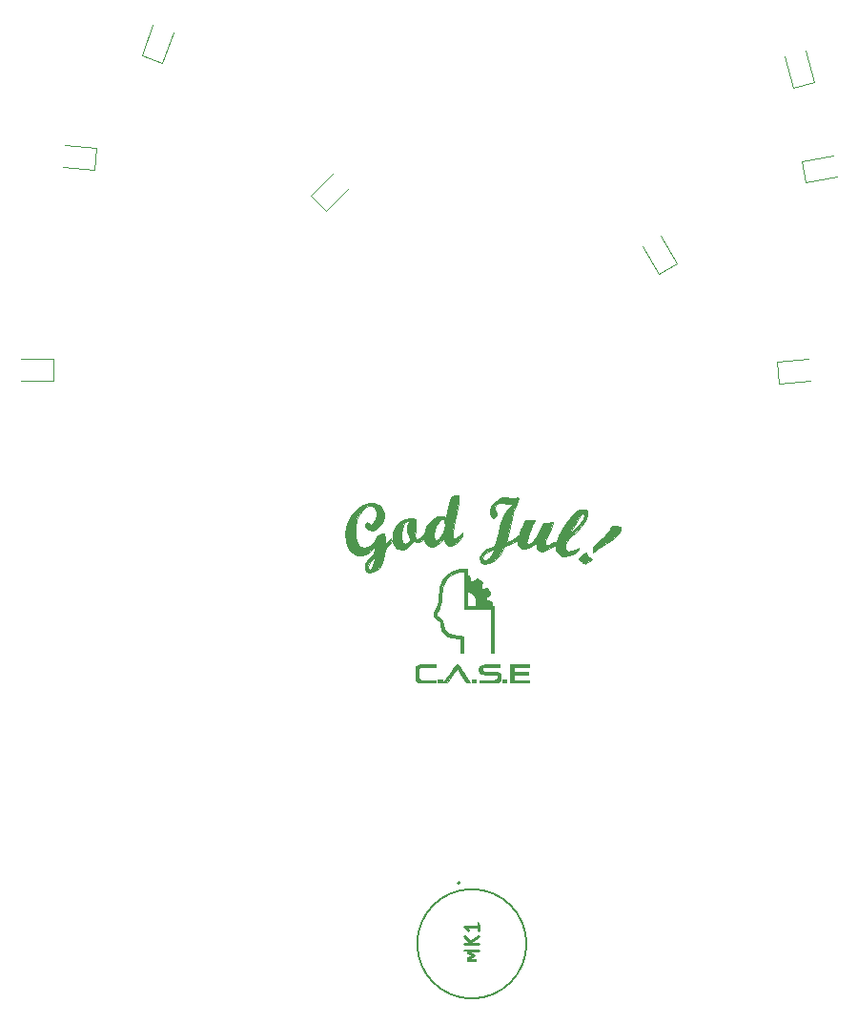
<source format=gto>
G04 #@! TF.GenerationSoftware,KiCad,Pcbnew,(5.1.6)-1*
G04 #@! TF.CreationDate,2021-12-09T10:58:41+01:00*
G04 #@! TF.ProjectId,opamp_vu_meter,6f70616d-705f-4767-955f-6d657465722e,rev?*
G04 #@! TF.SameCoordinates,Original*
G04 #@! TF.FileFunction,Legend,Top*
G04 #@! TF.FilePolarity,Positive*
%FSLAX46Y46*%
G04 Gerber Fmt 4.6, Leading zero omitted, Abs format (unit mm)*
G04 Created by KiCad (PCBNEW (5.1.6)-1) date 2021-12-09 10:58:41*
%MOMM*%
%LPD*%
G01*
G04 APERTURE LIST*
%ADD10C,0.010000*%
%ADD11C,0.200000*%
%ADD12C,0.120000*%
%ADD13C,0.254000*%
%ADD14C,3.200000*%
%ADD15O,1.700000X1.700000*%
%ADD16R,1.700000X1.700000*%
%ADD17C,1.333000*%
G04 APERTURE END LIST*
D10*
G04 #@! TO.C,G\u002A\u002A\u002A*
G36*
X141953488Y-76023111D02*
G01*
X141984212Y-76041415D01*
X142161155Y-76176310D01*
X142293695Y-76354341D01*
X142412114Y-76623473D01*
X142483886Y-76832900D01*
X142495661Y-77090185D01*
X142411367Y-77408415D01*
X142253052Y-77727199D01*
X142073538Y-77956728D01*
X141722319Y-78220794D01*
X141363810Y-78316607D01*
X141133454Y-78291176D01*
X140930115Y-78177396D01*
X140806272Y-77991578D01*
X140790019Y-77791020D01*
X140839692Y-77692037D01*
X140939468Y-77605091D01*
X141041852Y-77646463D01*
X141091640Y-77689530D01*
X141265732Y-77802401D01*
X141418344Y-77775181D01*
X141592483Y-77599858D01*
X141595855Y-77595581D01*
X141710918Y-77357186D01*
X141769761Y-77046173D01*
X141770243Y-76725473D01*
X141710228Y-76458015D01*
X141638413Y-76343174D01*
X141374656Y-76178162D01*
X141085229Y-76163180D01*
X140789652Y-76285066D01*
X140507444Y-76530660D01*
X140258125Y-76886800D01*
X140061215Y-77340323D01*
X140034883Y-77424383D01*
X139937889Y-77898287D01*
X139912976Y-78387069D01*
X139954426Y-78854541D01*
X140056517Y-79264512D01*
X140213531Y-79580793D01*
X140403903Y-79759168D01*
X140734621Y-79849013D01*
X141071086Y-79787516D01*
X141384561Y-79589117D01*
X141646310Y-79268259D01*
X141739476Y-79087969D01*
X141928839Y-78798491D01*
X142137571Y-78668408D01*
X142345526Y-78604259D01*
X142464096Y-78612674D01*
X142518760Y-78721844D01*
X142534996Y-78959963D01*
X142536512Y-79109833D01*
X142539691Y-79639000D01*
X142831586Y-79300333D01*
X143000253Y-79109582D01*
X143087183Y-79037042D01*
X143119630Y-79071330D01*
X143124741Y-79177891D01*
X143052893Y-79405169D01*
X142851255Y-79660321D01*
X142841156Y-79670197D01*
X142670713Y-79860715D01*
X142572622Y-80058577D01*
X142517369Y-80332647D01*
X142502608Y-80460090D01*
X142439093Y-80809591D01*
X142334248Y-81150584D01*
X142258285Y-81319174D01*
X142023518Y-81640998D01*
X141737922Y-81878860D01*
X141435141Y-82018033D01*
X141148819Y-82043784D01*
X140912600Y-81941385D01*
X140888381Y-81918952D01*
X140787545Y-81735916D01*
X140759041Y-81571975D01*
X141008755Y-81571975D01*
X141065159Y-81740933D01*
X141065778Y-81741555D01*
X141213579Y-81798806D01*
X141364419Y-81701487D01*
X141479320Y-81504386D01*
X141562787Y-81238687D01*
X141599618Y-80990320D01*
X141599709Y-80975219D01*
X141597418Y-80739666D01*
X141303376Y-81055923D01*
X141090536Y-81336785D01*
X141008755Y-81571975D01*
X140759041Y-81571975D01*
X140755334Y-81550655D01*
X140811462Y-81330802D01*
X140955528Y-81053464D01*
X141151054Y-80776022D01*
X141361560Y-80555858D01*
X141413192Y-80515824D01*
X141533675Y-80355786D01*
X141620084Y-80106372D01*
X141629729Y-80054373D01*
X141684444Y-79707746D01*
X141281833Y-80110357D01*
X140883545Y-80421541D01*
X140487752Y-80569352D01*
X140108918Y-80559329D01*
X139761505Y-80397010D01*
X139459976Y-80087933D01*
X139218792Y-79637636D01*
X139102234Y-79275750D01*
X139028623Y-78661943D01*
X139105072Y-78039492D01*
X139316997Y-77439338D01*
X139649815Y-76892425D01*
X140088946Y-76429693D01*
X140603567Y-76090103D01*
X141100155Y-75911442D01*
X141553366Y-75888998D01*
X141953488Y-76023111D01*
G37*
X141953488Y-76023111D02*
X141984212Y-76041415D01*
X142161155Y-76176310D01*
X142293695Y-76354341D01*
X142412114Y-76623473D01*
X142483886Y-76832900D01*
X142495661Y-77090185D01*
X142411367Y-77408415D01*
X142253052Y-77727199D01*
X142073538Y-77956728D01*
X141722319Y-78220794D01*
X141363810Y-78316607D01*
X141133454Y-78291176D01*
X140930115Y-78177396D01*
X140806272Y-77991578D01*
X140790019Y-77791020D01*
X140839692Y-77692037D01*
X140939468Y-77605091D01*
X141041852Y-77646463D01*
X141091640Y-77689530D01*
X141265732Y-77802401D01*
X141418344Y-77775181D01*
X141592483Y-77599858D01*
X141595855Y-77595581D01*
X141710918Y-77357186D01*
X141769761Y-77046173D01*
X141770243Y-76725473D01*
X141710228Y-76458015D01*
X141638413Y-76343174D01*
X141374656Y-76178162D01*
X141085229Y-76163180D01*
X140789652Y-76285066D01*
X140507444Y-76530660D01*
X140258125Y-76886800D01*
X140061215Y-77340323D01*
X140034883Y-77424383D01*
X139937889Y-77898287D01*
X139912976Y-78387069D01*
X139954426Y-78854541D01*
X140056517Y-79264512D01*
X140213531Y-79580793D01*
X140403903Y-79759168D01*
X140734621Y-79849013D01*
X141071086Y-79787516D01*
X141384561Y-79589117D01*
X141646310Y-79268259D01*
X141739476Y-79087969D01*
X141928839Y-78798491D01*
X142137571Y-78668408D01*
X142345526Y-78604259D01*
X142464096Y-78612674D01*
X142518760Y-78721844D01*
X142534996Y-78959963D01*
X142536512Y-79109833D01*
X142539691Y-79639000D01*
X142831586Y-79300333D01*
X143000253Y-79109582D01*
X143087183Y-79037042D01*
X143119630Y-79071330D01*
X143124741Y-79177891D01*
X143052893Y-79405169D01*
X142851255Y-79660321D01*
X142841156Y-79670197D01*
X142670713Y-79860715D01*
X142572622Y-80058577D01*
X142517369Y-80332647D01*
X142502608Y-80460090D01*
X142439093Y-80809591D01*
X142334248Y-81150584D01*
X142258285Y-81319174D01*
X142023518Y-81640998D01*
X141737922Y-81878860D01*
X141435141Y-82018033D01*
X141148819Y-82043784D01*
X140912600Y-81941385D01*
X140888381Y-81918952D01*
X140787545Y-81735916D01*
X140759041Y-81571975D01*
X141008755Y-81571975D01*
X141065159Y-81740933D01*
X141065778Y-81741555D01*
X141213579Y-81798806D01*
X141364419Y-81701487D01*
X141479320Y-81504386D01*
X141562787Y-81238687D01*
X141599618Y-80990320D01*
X141599709Y-80975219D01*
X141597418Y-80739666D01*
X141303376Y-81055923D01*
X141090536Y-81336785D01*
X141008755Y-81571975D01*
X140759041Y-81571975D01*
X140755334Y-81550655D01*
X140811462Y-81330802D01*
X140955528Y-81053464D01*
X141151054Y-80776022D01*
X141361560Y-80555858D01*
X141413192Y-80515824D01*
X141533675Y-80355786D01*
X141620084Y-80106372D01*
X141629729Y-80054373D01*
X141684444Y-79707746D01*
X141281833Y-80110357D01*
X140883545Y-80421541D01*
X140487752Y-80569352D01*
X140108918Y-80559329D01*
X139761505Y-80397010D01*
X139459976Y-80087933D01*
X139218792Y-79637636D01*
X139102234Y-79275750D01*
X139028623Y-78661943D01*
X139105072Y-78039492D01*
X139316997Y-77439338D01*
X139649815Y-76892425D01*
X140088946Y-76429693D01*
X140603567Y-76090103D01*
X141100155Y-75911442D01*
X141553366Y-75888998D01*
X141953488Y-76023111D01*
G36*
X153394802Y-75364654D02*
G01*
X153589060Y-75421056D01*
X153855938Y-75492861D01*
X154040708Y-75485472D01*
X154136071Y-75446178D01*
X154315815Y-75387457D01*
X154389436Y-75459599D01*
X154356760Y-75661375D01*
X154217614Y-75991552D01*
X154214200Y-75998526D01*
X154088402Y-76310750D01*
X153945655Y-76761040D01*
X153794499Y-77320059D01*
X153643475Y-77958469D01*
X153642982Y-77960695D01*
X153320816Y-79415058D01*
X153597872Y-79299297D01*
X153813000Y-79187542D01*
X154052401Y-79031785D01*
X154271364Y-78865524D01*
X154425177Y-78722256D01*
X154471331Y-78644911D01*
X154503714Y-78542539D01*
X154589395Y-78328742D01*
X154711172Y-78046057D01*
X154736669Y-77988745D01*
X155002005Y-77395333D01*
X155414003Y-77395333D01*
X155651822Y-77403773D01*
X155800660Y-77425295D01*
X155826000Y-77441039D01*
X155790474Y-77537013D01*
X155700340Y-77728551D01*
X155642531Y-77843206D01*
X155492583Y-78163666D01*
X155351049Y-78516289D01*
X155231926Y-78859264D01*
X155149209Y-79150781D01*
X155116896Y-79349029D01*
X155122513Y-79396632D01*
X155234235Y-79495115D01*
X155320562Y-79512000D01*
X155557582Y-79430486D01*
X155812314Y-79193892D01*
X156074460Y-78814137D01*
X156299469Y-78378911D01*
X156628907Y-77662917D01*
X157052954Y-77629814D01*
X157299562Y-77613221D01*
X157463165Y-77607239D01*
X157498930Y-77609674D01*
X157475029Y-77686406D01*
X157392838Y-77881970D01*
X157266994Y-78162379D01*
X157180770Y-78348370D01*
X157023927Y-78698737D01*
X156892585Y-79020935D01*
X156806878Y-79264342D01*
X156788684Y-79334080D01*
X156787253Y-79556772D01*
X156892005Y-79652249D01*
X157095128Y-79618510D01*
X157352097Y-79478328D01*
X157554866Y-79351787D01*
X157655634Y-79318228D01*
X157688744Y-79370208D01*
X157690676Y-79404965D01*
X157719442Y-79413708D01*
X157792726Y-79291116D01*
X157889709Y-79075330D01*
X158098742Y-78612486D01*
X158145364Y-78527723D01*
X159017451Y-78527723D01*
X159024838Y-78580666D01*
X159117554Y-78523177D01*
X159288873Y-78371622D01*
X159503645Y-78157366D01*
X159528472Y-78131255D01*
X159906431Y-77687266D01*
X160140841Y-77307757D01*
X160228143Y-76998599D01*
X160228667Y-76976204D01*
X160200526Y-76831786D01*
X160112496Y-76831326D01*
X159959160Y-76977608D01*
X159783905Y-77204833D01*
X159577622Y-77506337D01*
X159380512Y-77820776D01*
X159209898Y-78116753D01*
X159083104Y-78362867D01*
X159017451Y-78527723D01*
X158145364Y-78527723D01*
X158344014Y-78166561D01*
X158654013Y-77689764D01*
X159005654Y-77203105D01*
X159231430Y-76905470D01*
X159394507Y-76716041D01*
X159532654Y-76606715D01*
X159683640Y-76549388D01*
X159885235Y-76515960D01*
X159938152Y-76509269D01*
X160268832Y-76481983D01*
X160462434Y-76512693D01*
X160545890Y-76617251D01*
X160546127Y-76811511D01*
X160538530Y-76862692D01*
X160438895Y-77237736D01*
X160254455Y-77608173D01*
X159969963Y-77993959D01*
X159570175Y-78415047D01*
X159039845Y-78891393D01*
X158896451Y-79011991D01*
X158651479Y-79318295D01*
X158571959Y-79554979D01*
X158557595Y-79882787D01*
X158657780Y-80087403D01*
X158868676Y-80166703D01*
X159186443Y-80118566D01*
X159426757Y-80027650D01*
X159655548Y-79931379D01*
X159766952Y-79905603D01*
X159796333Y-79947730D01*
X159789951Y-80001035D01*
X159693275Y-80133221D01*
X159476737Y-80280640D01*
X159185643Y-80421214D01*
X158865302Y-80532862D01*
X158577870Y-80591721D01*
X158323016Y-80603626D01*
X158146819Y-80546916D01*
X157963193Y-80392130D01*
X157946709Y-80375734D01*
X157737025Y-80085119D01*
X157688667Y-79863356D01*
X157688667Y-79609020D01*
X157206814Y-79899176D01*
X156796260Y-80100809D01*
X156457458Y-80174544D01*
X156202824Y-80122639D01*
X156044771Y-79947352D01*
X155995334Y-79678782D01*
X155995334Y-79434327D01*
X155593167Y-79680692D01*
X155229100Y-79884322D01*
X154959337Y-79980732D01*
X154750757Y-79974222D01*
X154570239Y-79869092D01*
X154517928Y-79820290D01*
X154370568Y-79615278D01*
X154302535Y-79406944D01*
X154302000Y-79391400D01*
X154302000Y-79178436D01*
X154002855Y-79381441D01*
X153749182Y-79526329D01*
X153501481Y-79627034D01*
X153457413Y-79638543D01*
X153275485Y-79721322D01*
X153105118Y-79905101D01*
X152958936Y-80139480D01*
X152689775Y-80531087D01*
X152375116Y-80854028D01*
X152040029Y-81095920D01*
X151709582Y-81244376D01*
X151408845Y-81287011D01*
X151162885Y-81211441D01*
X151040422Y-81087298D01*
X150948729Y-80808841D01*
X150953360Y-80762629D01*
X151210115Y-80762629D01*
X151221827Y-80883106D01*
X151353625Y-80956349D01*
X151552386Y-80925240D01*
X151765007Y-80804829D01*
X151875623Y-80697790D01*
X152039929Y-80468418D01*
X152149244Y-80251084D01*
X152181592Y-80094249D01*
X152166106Y-80057216D01*
X152077659Y-80071869D01*
X151890212Y-80147605D01*
X151756497Y-80211764D01*
X151500423Y-80379190D01*
X151308158Y-80575541D01*
X151210115Y-80762629D01*
X150953360Y-80762629D01*
X150963426Y-80662198D01*
X151090196Y-80430701D01*
X151333134Y-80187574D01*
X151646547Y-79970927D01*
X151968064Y-79824311D01*
X152307428Y-79711190D01*
X152610341Y-78532095D01*
X152744479Y-78017739D01*
X152854000Y-77631497D01*
X152954691Y-77337040D01*
X153062335Y-77098040D01*
X153192716Y-76878168D01*
X153361619Y-76641094D01*
X153524304Y-76428556D01*
X153714634Y-76175297D01*
X153805252Y-76029828D01*
X153805781Y-75970638D01*
X153726807Y-75975962D01*
X153531031Y-75982716D01*
X153267107Y-75940673D01*
X153180806Y-75917821D01*
X152931250Y-75860848D01*
X152736162Y-75845433D01*
X152693334Y-75852296D01*
X152453936Y-75991033D01*
X152309108Y-76194582D01*
X152276342Y-76416840D01*
X152373129Y-76611701D01*
X152397000Y-76633333D01*
X152512763Y-76796114D01*
X152467891Y-76971940D01*
X152346591Y-77106308D01*
X152215432Y-77210712D01*
X152125668Y-77198699D01*
X152007924Y-77067718D01*
X151864056Y-76770102D01*
X151881019Y-76440672D01*
X152055614Y-76089671D01*
X152384645Y-75727344D01*
X152441889Y-75677121D01*
X152769829Y-75440957D01*
X153069496Y-75340812D01*
X153394802Y-75364654D01*
G37*
X153394802Y-75364654D02*
X153589060Y-75421056D01*
X153855938Y-75492861D01*
X154040708Y-75485472D01*
X154136071Y-75446178D01*
X154315815Y-75387457D01*
X154389436Y-75459599D01*
X154356760Y-75661375D01*
X154217614Y-75991552D01*
X154214200Y-75998526D01*
X154088402Y-76310750D01*
X153945655Y-76761040D01*
X153794499Y-77320059D01*
X153643475Y-77958469D01*
X153642982Y-77960695D01*
X153320816Y-79415058D01*
X153597872Y-79299297D01*
X153813000Y-79187542D01*
X154052401Y-79031785D01*
X154271364Y-78865524D01*
X154425177Y-78722256D01*
X154471331Y-78644911D01*
X154503714Y-78542539D01*
X154589395Y-78328742D01*
X154711172Y-78046057D01*
X154736669Y-77988745D01*
X155002005Y-77395333D01*
X155414003Y-77395333D01*
X155651822Y-77403773D01*
X155800660Y-77425295D01*
X155826000Y-77441039D01*
X155790474Y-77537013D01*
X155700340Y-77728551D01*
X155642531Y-77843206D01*
X155492583Y-78163666D01*
X155351049Y-78516289D01*
X155231926Y-78859264D01*
X155149209Y-79150781D01*
X155116896Y-79349029D01*
X155122513Y-79396632D01*
X155234235Y-79495115D01*
X155320562Y-79512000D01*
X155557582Y-79430486D01*
X155812314Y-79193892D01*
X156074460Y-78814137D01*
X156299469Y-78378911D01*
X156628907Y-77662917D01*
X157052954Y-77629814D01*
X157299562Y-77613221D01*
X157463165Y-77607239D01*
X157498930Y-77609674D01*
X157475029Y-77686406D01*
X157392838Y-77881970D01*
X157266994Y-78162379D01*
X157180770Y-78348370D01*
X157023927Y-78698737D01*
X156892585Y-79020935D01*
X156806878Y-79264342D01*
X156788684Y-79334080D01*
X156787253Y-79556772D01*
X156892005Y-79652249D01*
X157095128Y-79618510D01*
X157352097Y-79478328D01*
X157554866Y-79351787D01*
X157655634Y-79318228D01*
X157688744Y-79370208D01*
X157690676Y-79404965D01*
X157719442Y-79413708D01*
X157792726Y-79291116D01*
X157889709Y-79075330D01*
X158098742Y-78612486D01*
X158145364Y-78527723D01*
X159017451Y-78527723D01*
X159024838Y-78580666D01*
X159117554Y-78523177D01*
X159288873Y-78371622D01*
X159503645Y-78157366D01*
X159528472Y-78131255D01*
X159906431Y-77687266D01*
X160140841Y-77307757D01*
X160228143Y-76998599D01*
X160228667Y-76976204D01*
X160200526Y-76831786D01*
X160112496Y-76831326D01*
X159959160Y-76977608D01*
X159783905Y-77204833D01*
X159577622Y-77506337D01*
X159380512Y-77820776D01*
X159209898Y-78116753D01*
X159083104Y-78362867D01*
X159017451Y-78527723D01*
X158145364Y-78527723D01*
X158344014Y-78166561D01*
X158654013Y-77689764D01*
X159005654Y-77203105D01*
X159231430Y-76905470D01*
X159394507Y-76716041D01*
X159532654Y-76606715D01*
X159683640Y-76549388D01*
X159885235Y-76515960D01*
X159938152Y-76509269D01*
X160268832Y-76481983D01*
X160462434Y-76512693D01*
X160545890Y-76617251D01*
X160546127Y-76811511D01*
X160538530Y-76862692D01*
X160438895Y-77237736D01*
X160254455Y-77608173D01*
X159969963Y-77993959D01*
X159570175Y-78415047D01*
X159039845Y-78891393D01*
X158896451Y-79011991D01*
X158651479Y-79318295D01*
X158571959Y-79554979D01*
X158557595Y-79882787D01*
X158657780Y-80087403D01*
X158868676Y-80166703D01*
X159186443Y-80118566D01*
X159426757Y-80027650D01*
X159655548Y-79931379D01*
X159766952Y-79905603D01*
X159796333Y-79947730D01*
X159789951Y-80001035D01*
X159693275Y-80133221D01*
X159476737Y-80280640D01*
X159185643Y-80421214D01*
X158865302Y-80532862D01*
X158577870Y-80591721D01*
X158323016Y-80603626D01*
X158146819Y-80546916D01*
X157963193Y-80392130D01*
X157946709Y-80375734D01*
X157737025Y-80085119D01*
X157688667Y-79863356D01*
X157688667Y-79609020D01*
X157206814Y-79899176D01*
X156796260Y-80100809D01*
X156457458Y-80174544D01*
X156202824Y-80122639D01*
X156044771Y-79947352D01*
X155995334Y-79678782D01*
X155995334Y-79434327D01*
X155593167Y-79680692D01*
X155229100Y-79884322D01*
X154959337Y-79980732D01*
X154750757Y-79974222D01*
X154570239Y-79869092D01*
X154517928Y-79820290D01*
X154370568Y-79615278D01*
X154302535Y-79406944D01*
X154302000Y-79391400D01*
X154302000Y-79178436D01*
X154002855Y-79381441D01*
X153749182Y-79526329D01*
X153501481Y-79627034D01*
X153457413Y-79638543D01*
X153275485Y-79721322D01*
X153105118Y-79905101D01*
X152958936Y-80139480D01*
X152689775Y-80531087D01*
X152375116Y-80854028D01*
X152040029Y-81095920D01*
X151709582Y-81244376D01*
X151408845Y-81287011D01*
X151162885Y-81211441D01*
X151040422Y-81087298D01*
X150948729Y-80808841D01*
X150953360Y-80762629D01*
X151210115Y-80762629D01*
X151221827Y-80883106D01*
X151353625Y-80956349D01*
X151552386Y-80925240D01*
X151765007Y-80804829D01*
X151875623Y-80697790D01*
X152039929Y-80468418D01*
X152149244Y-80251084D01*
X152181592Y-80094249D01*
X152166106Y-80057216D01*
X152077659Y-80071869D01*
X151890212Y-80147605D01*
X151756497Y-80211764D01*
X151500423Y-80379190D01*
X151308158Y-80575541D01*
X151210115Y-80762629D01*
X150953360Y-80762629D01*
X150963426Y-80662198D01*
X151090196Y-80430701D01*
X151333134Y-80187574D01*
X151646547Y-79970927D01*
X151968064Y-79824311D01*
X152307428Y-79711190D01*
X152610341Y-78532095D01*
X152744479Y-78017739D01*
X152854000Y-77631497D01*
X152954691Y-77337040D01*
X153062335Y-77098040D01*
X153192716Y-76878168D01*
X153361619Y-76641094D01*
X153524304Y-76428556D01*
X153714634Y-76175297D01*
X153805252Y-76029828D01*
X153805781Y-75970638D01*
X153726807Y-75975962D01*
X153531031Y-75982716D01*
X153267107Y-75940673D01*
X153180806Y-75917821D01*
X152931250Y-75860848D01*
X152736162Y-75845433D01*
X152693334Y-75852296D01*
X152453936Y-75991033D01*
X152309108Y-76194582D01*
X152276342Y-76416840D01*
X152373129Y-76611701D01*
X152397000Y-76633333D01*
X152512763Y-76796114D01*
X152467891Y-76971940D01*
X152346591Y-77106308D01*
X152215432Y-77210712D01*
X152125668Y-77198699D01*
X152007924Y-77067718D01*
X151864056Y-76770102D01*
X151881019Y-76440672D01*
X152055614Y-76089671D01*
X152384645Y-75727344D01*
X152441889Y-75677121D01*
X152769829Y-75440957D01*
X153069496Y-75340812D01*
X153394802Y-75364654D01*
G36*
X160519527Y-80517415D02*
G01*
X160667221Y-80706912D01*
X160839109Y-80814974D01*
X160945037Y-80854367D01*
X160945524Y-80905482D01*
X160824822Y-80997076D01*
X160694334Y-81079302D01*
X160469844Y-81215698D01*
X160334735Y-81272932D01*
X160232761Y-81258257D01*
X160107679Y-81178924D01*
X160078827Y-81158657D01*
X159853719Y-80964515D01*
X159790245Y-80795586D01*
X159887734Y-80628810D01*
X160059498Y-80495607D01*
X160393835Y-80274353D01*
X160519527Y-80517415D01*
G37*
X160519527Y-80517415D02*
X160667221Y-80706912D01*
X160839109Y-80814974D01*
X160945037Y-80854367D01*
X160945524Y-80905482D01*
X160824822Y-80997076D01*
X160694334Y-81079302D01*
X160469844Y-81215698D01*
X160334735Y-81272932D01*
X160232761Y-81258257D01*
X160107679Y-81178924D01*
X160078827Y-81158657D01*
X159853719Y-80964515D01*
X159790245Y-80795586D01*
X159887734Y-80628810D01*
X160059498Y-80495607D01*
X160393835Y-80274353D01*
X160519527Y-80517415D01*
G36*
X163090349Y-77928933D02*
G01*
X163359206Y-77967115D01*
X163491289Y-78022684D01*
X163519028Y-78119644D01*
X163493085Y-78227028D01*
X163310232Y-78590872D01*
X162992973Y-78934033D01*
X162527974Y-79269108D01*
X162180171Y-79467451D01*
X161838405Y-79660830D01*
X161544841Y-79848751D01*
X161338362Y-80005139D01*
X161268362Y-80078895D01*
X161130180Y-80238996D01*
X161030587Y-80257811D01*
X160990721Y-80131869D01*
X160990667Y-80124512D01*
X161068511Y-79845479D01*
X161298305Y-79511920D01*
X161674440Y-79131348D01*
X161837334Y-78990345D01*
X162119280Y-78732873D01*
X162367646Y-78467967D01*
X162536479Y-78245468D01*
X162557000Y-78209797D01*
X162674827Y-78010355D01*
X162790412Y-77925214D01*
X162973629Y-77917578D01*
X163090349Y-77928933D01*
G37*
X163090349Y-77928933D02*
X163359206Y-77967115D01*
X163491289Y-78022684D01*
X163519028Y-78119644D01*
X163493085Y-78227028D01*
X163310232Y-78590872D01*
X162992973Y-78934033D01*
X162527974Y-79269108D01*
X162180171Y-79467451D01*
X161838405Y-79660830D01*
X161544841Y-79848751D01*
X161338362Y-80005139D01*
X161268362Y-80078895D01*
X161130180Y-80238996D01*
X161030587Y-80257811D01*
X160990721Y-80131869D01*
X160990667Y-80124512D01*
X161068511Y-79845479D01*
X161298305Y-79511920D01*
X161674440Y-79131348D01*
X161837334Y-78990345D01*
X162119280Y-78732873D01*
X162367646Y-78467967D01*
X162536479Y-78245468D01*
X162557000Y-78209797D01*
X162674827Y-78010355D01*
X162790412Y-77925214D01*
X162973629Y-77917578D01*
X163090349Y-77928933D01*
G36*
X149048712Y-75210608D02*
G01*
X149105216Y-75256872D01*
X149124305Y-75369434D01*
X149106886Y-75569480D01*
X149053866Y-75878192D01*
X148966152Y-76316757D01*
X148883431Y-76718000D01*
X148741673Y-77428620D01*
X148641422Y-77989916D01*
X148581327Y-78416383D01*
X148560039Y-78722516D01*
X148576208Y-78922812D01*
X148628484Y-79031766D01*
X148665736Y-79055772D01*
X148832480Y-79034615D01*
X149063882Y-78864060D01*
X149100581Y-78829257D01*
X149391334Y-78547449D01*
X149391334Y-78769136D01*
X149325298Y-78948071D01*
X149154732Y-79173067D01*
X148920945Y-79404135D01*
X148665247Y-79601290D01*
X148428947Y-79724543D01*
X148393089Y-79735425D01*
X148164471Y-79716509D01*
X147965925Y-79560317D01*
X147835197Y-79298736D01*
X147824344Y-79255014D01*
X147771757Y-79015587D01*
X147470022Y-79349572D01*
X147142002Y-79631853D01*
X146818236Y-79763810D01*
X146519293Y-79746649D01*
X146265742Y-79581572D01*
X146078152Y-79269787D01*
X146077464Y-79267992D01*
X146011419Y-79129567D01*
X145934187Y-79132868D01*
X145835081Y-79215895D01*
X145646923Y-79318780D01*
X145382237Y-79326382D01*
X145338582Y-79321046D01*
X145114367Y-79305860D01*
X144992007Y-79355215D01*
X144915075Y-79479171D01*
X144721271Y-79727490D01*
X144428354Y-79908244D01*
X144092262Y-80002131D01*
X143768932Y-79989847D01*
X143612832Y-79928550D01*
X143388233Y-79706506D01*
X143255235Y-79381705D01*
X143211810Y-78992485D01*
X143255934Y-78577186D01*
X143266963Y-78542897D01*
X143992817Y-78542897D01*
X143993230Y-78764042D01*
X144029687Y-79053547D01*
X144089784Y-79286331D01*
X144136088Y-79377875D01*
X144324606Y-79499733D01*
X144529301Y-79467813D01*
X144694424Y-79309025D01*
X144772824Y-79162840D01*
X144767623Y-79035420D01*
X144672705Y-78852455D01*
X144654359Y-78822192D01*
X144503408Y-78422192D01*
X144512167Y-78004000D01*
X144613266Y-77723173D01*
X144695448Y-77551464D01*
X144686580Y-77487862D01*
X144575170Y-77490997D01*
X144549766Y-77494544D01*
X144349480Y-77602047D01*
X144178344Y-77838952D01*
X144053681Y-78165741D01*
X143992817Y-78542897D01*
X143266963Y-78542897D01*
X143385581Y-78174146D01*
X143598726Y-77821705D01*
X143731594Y-77680403D01*
X144043956Y-77456555D01*
X144391291Y-77301937D01*
X144732546Y-77225378D01*
X145026666Y-77235709D01*
X145232595Y-77341759D01*
X145244366Y-77355046D01*
X145296810Y-77520842D01*
X145311350Y-77834702D01*
X145288225Y-78279708D01*
X145227677Y-78838942D01*
X145222701Y-78876959D01*
X145257195Y-79019732D01*
X145399119Y-79074433D01*
X145630701Y-79028646D01*
X145852924Y-78851767D01*
X146005013Y-78616113D01*
X146857766Y-78616113D01*
X146861476Y-78900884D01*
X146942353Y-79096763D01*
X147099814Y-79173192D01*
X147108344Y-79173333D01*
X147287675Y-79116273D01*
X147408017Y-79027887D01*
X147582612Y-78790602D01*
X147722761Y-78484220D01*
X147820794Y-78149166D01*
X147869043Y-77825862D01*
X147859838Y-77554734D01*
X147785511Y-77376205D01*
X147728825Y-77336868D01*
X147551300Y-77326228D01*
X147376970Y-77445323D01*
X147189723Y-77708279D01*
X147084167Y-77902130D01*
X146931802Y-78273009D01*
X146857766Y-78616113D01*
X146005013Y-78616113D01*
X146028503Y-78579718D01*
X146090035Y-78408729D01*
X146244949Y-78042809D01*
X146494348Y-77666901D01*
X146788417Y-77349181D01*
X146959727Y-77218485D01*
X147231395Y-77098984D01*
X147551232Y-77075894D01*
X147627993Y-77081233D01*
X148023653Y-77115225D01*
X148173969Y-76317140D01*
X148248253Y-75958565D01*
X148323176Y-75656912D01*
X148387354Y-75455599D01*
X148413309Y-75404187D01*
X148551093Y-75314285D01*
X148775414Y-75241157D01*
X148819834Y-75232236D01*
X148953887Y-75209458D01*
X149048712Y-75210608D01*
G37*
X149048712Y-75210608D02*
X149105216Y-75256872D01*
X149124305Y-75369434D01*
X149106886Y-75569480D01*
X149053866Y-75878192D01*
X148966152Y-76316757D01*
X148883431Y-76718000D01*
X148741673Y-77428620D01*
X148641422Y-77989916D01*
X148581327Y-78416383D01*
X148560039Y-78722516D01*
X148576208Y-78922812D01*
X148628484Y-79031766D01*
X148665736Y-79055772D01*
X148832480Y-79034615D01*
X149063882Y-78864060D01*
X149100581Y-78829257D01*
X149391334Y-78547449D01*
X149391334Y-78769136D01*
X149325298Y-78948071D01*
X149154732Y-79173067D01*
X148920945Y-79404135D01*
X148665247Y-79601290D01*
X148428947Y-79724543D01*
X148393089Y-79735425D01*
X148164471Y-79716509D01*
X147965925Y-79560317D01*
X147835197Y-79298736D01*
X147824344Y-79255014D01*
X147771757Y-79015587D01*
X147470022Y-79349572D01*
X147142002Y-79631853D01*
X146818236Y-79763810D01*
X146519293Y-79746649D01*
X146265742Y-79581572D01*
X146078152Y-79269787D01*
X146077464Y-79267992D01*
X146011419Y-79129567D01*
X145934187Y-79132868D01*
X145835081Y-79215895D01*
X145646923Y-79318780D01*
X145382237Y-79326382D01*
X145338582Y-79321046D01*
X145114367Y-79305860D01*
X144992007Y-79355215D01*
X144915075Y-79479171D01*
X144721271Y-79727490D01*
X144428354Y-79908244D01*
X144092262Y-80002131D01*
X143768932Y-79989847D01*
X143612832Y-79928550D01*
X143388233Y-79706506D01*
X143255235Y-79381705D01*
X143211810Y-78992485D01*
X143255934Y-78577186D01*
X143266963Y-78542897D01*
X143992817Y-78542897D01*
X143993230Y-78764042D01*
X144029687Y-79053547D01*
X144089784Y-79286331D01*
X144136088Y-79377875D01*
X144324606Y-79499733D01*
X144529301Y-79467813D01*
X144694424Y-79309025D01*
X144772824Y-79162840D01*
X144767623Y-79035420D01*
X144672705Y-78852455D01*
X144654359Y-78822192D01*
X144503408Y-78422192D01*
X144512167Y-78004000D01*
X144613266Y-77723173D01*
X144695448Y-77551464D01*
X144686580Y-77487862D01*
X144575170Y-77490997D01*
X144549766Y-77494544D01*
X144349480Y-77602047D01*
X144178344Y-77838952D01*
X144053681Y-78165741D01*
X143992817Y-78542897D01*
X143266963Y-78542897D01*
X143385581Y-78174146D01*
X143598726Y-77821705D01*
X143731594Y-77680403D01*
X144043956Y-77456555D01*
X144391291Y-77301937D01*
X144732546Y-77225378D01*
X145026666Y-77235709D01*
X145232595Y-77341759D01*
X145244366Y-77355046D01*
X145296810Y-77520842D01*
X145311350Y-77834702D01*
X145288225Y-78279708D01*
X145227677Y-78838942D01*
X145222701Y-78876959D01*
X145257195Y-79019732D01*
X145399119Y-79074433D01*
X145630701Y-79028646D01*
X145852924Y-78851767D01*
X146005013Y-78616113D01*
X146857766Y-78616113D01*
X146861476Y-78900884D01*
X146942353Y-79096763D01*
X147099814Y-79173192D01*
X147108344Y-79173333D01*
X147287675Y-79116273D01*
X147408017Y-79027887D01*
X147582612Y-78790602D01*
X147722761Y-78484220D01*
X147820794Y-78149166D01*
X147869043Y-77825862D01*
X147859838Y-77554734D01*
X147785511Y-77376205D01*
X147728825Y-77336868D01*
X147551300Y-77326228D01*
X147376970Y-77445323D01*
X147189723Y-77708279D01*
X147084167Y-77902130D01*
X146931802Y-78273009D01*
X146857766Y-78616113D01*
X146005013Y-78616113D01*
X146028503Y-78579718D01*
X146090035Y-78408729D01*
X146244949Y-78042809D01*
X146494348Y-77666901D01*
X146788417Y-77349181D01*
X146959727Y-77218485D01*
X147231395Y-77098984D01*
X147551232Y-77075894D01*
X147627993Y-77081233D01*
X148023653Y-77115225D01*
X148173969Y-76317140D01*
X148248253Y-75958565D01*
X148323176Y-75656912D01*
X148387354Y-75455599D01*
X148413309Y-75404187D01*
X148551093Y-75314285D01*
X148775414Y-75241157D01*
X148819834Y-75232236D01*
X148953887Y-75209458D01*
X149048712Y-75210608D01*
G36*
X149881000Y-82030505D02*
G01*
X149882062Y-82172326D01*
X149886754Y-82262259D01*
X149897332Y-82311899D01*
X149916055Y-82332845D01*
X149940612Y-82336750D01*
X150005431Y-82354445D01*
X150050275Y-82413934D01*
X150081489Y-82524819D01*
X150087472Y-82559000D01*
X150125826Y-82723949D01*
X150179250Y-82827565D01*
X150250535Y-82870815D01*
X150342473Y-82854668D01*
X150457856Y-82780091D01*
X150533305Y-82713589D01*
X150705559Y-82550678D01*
X150872717Y-82652493D01*
X150980706Y-82721262D01*
X151080922Y-82790006D01*
X151130888Y-82827484D01*
X151221901Y-82900662D01*
X151154700Y-83080272D01*
X151102905Y-83243506D01*
X151090084Y-83359565D01*
X151118616Y-83433167D01*
X151190883Y-83469034D01*
X151309266Y-83471884D01*
X151350031Y-83467532D01*
X151494122Y-83449149D01*
X151589978Y-83442363D01*
X151652692Y-83454074D01*
X151697355Y-83491183D01*
X151739058Y-83560588D01*
X151792894Y-83669191D01*
X151793421Y-83670250D01*
X151848373Y-83786433D01*
X151889936Y-83885346D01*
X151911137Y-83950009D01*
X151912483Y-83960122D01*
X151888867Y-84004187D01*
X151826447Y-84070041D01*
X151738717Y-84143455D01*
X151738375Y-84143713D01*
X151639949Y-84223776D01*
X151585753Y-84285602D01*
X151565062Y-84342774D01*
X151563750Y-84364857D01*
X151576343Y-84437425D01*
X151620642Y-84497753D01*
X151706426Y-84554364D01*
X151843474Y-84615781D01*
X151858545Y-84621792D01*
X152042216Y-84694524D01*
X152021132Y-84880887D01*
X152000047Y-85067250D01*
X152198750Y-85067250D01*
X152198750Y-89163000D01*
X151944750Y-89163000D01*
X151944750Y-85289500D01*
X149627000Y-85289500D01*
X149627000Y-85067250D01*
X149881000Y-85067250D01*
X150210487Y-85067250D01*
X150367148Y-85065320D01*
X150472304Y-85058434D01*
X150537863Y-85044942D01*
X150575736Y-85023197D01*
X150582732Y-85015730D01*
X150610069Y-84949728D01*
X150628848Y-84840100D01*
X150638128Y-84706264D01*
X150636969Y-84567636D01*
X150624432Y-84443631D01*
X150612985Y-84390947D01*
X150529435Y-84201494D01*
X150396149Y-84028325D01*
X150226828Y-83884937D01*
X150035176Y-83784832D01*
X149978925Y-83766267D01*
X149881000Y-83738182D01*
X149881000Y-85067250D01*
X149627000Y-85067250D01*
X149627000Y-81987500D01*
X149441578Y-81987500D01*
X149135395Y-82017157D01*
X148827291Y-82102080D01*
X148531761Y-82236191D01*
X148263303Y-82413416D01*
X148116050Y-82543035D01*
X147983202Y-82686082D01*
X147875486Y-82832073D01*
X147789739Y-82990351D01*
X147722802Y-83170259D01*
X147671511Y-83381139D01*
X147632705Y-83632333D01*
X147603222Y-83933184D01*
X147591846Y-84091948D01*
X147572210Y-84355476D01*
X147549303Y-84570372D01*
X147519666Y-84751507D01*
X147479843Y-84913749D01*
X147426376Y-85071968D01*
X147355807Y-85241033D01*
X147293182Y-85376319D01*
X147227005Y-85519548D01*
X147172359Y-85645455D01*
X147134552Y-85741249D01*
X147118893Y-85794138D01*
X147118750Y-85796608D01*
X147149370Y-85868355D01*
X147240463Y-85954360D01*
X147390877Y-86053562D01*
X147409718Y-86064502D01*
X147516788Y-86135260D01*
X147592145Y-86213030D01*
X147644295Y-86312846D01*
X147681746Y-86449743D01*
X147705528Y-86587278D01*
X147740841Y-86796742D01*
X147778234Y-86956490D01*
X147822577Y-87080243D01*
X147878739Y-87181726D01*
X147947990Y-87270588D01*
X148104508Y-87404555D01*
X148316824Y-87513776D01*
X148585761Y-87598525D01*
X148912142Y-87659077D01*
X149206312Y-87689625D01*
X149500000Y-87711610D01*
X149500000Y-89163000D01*
X149247371Y-89163000D01*
X149230125Y-87942872D01*
X148944375Y-87907356D01*
X148639241Y-87861091D01*
X148387168Y-87803148D01*
X148178229Y-87729898D01*
X148002495Y-87637716D01*
X147850041Y-87522975D01*
X147821627Y-87497147D01*
X147688750Y-87346670D01*
X147592027Y-87172371D01*
X147524749Y-86960075D01*
X147495727Y-86808583D01*
X147467574Y-86633758D01*
X147442871Y-86509014D01*
X147415152Y-86421711D01*
X147377950Y-86359208D01*
X147324797Y-86308865D01*
X147249226Y-86258043D01*
X147198007Y-86226672D01*
X147070650Y-86141085D01*
X146986349Y-86061705D01*
X146928613Y-85972693D01*
X146924167Y-85963690D01*
X146890000Y-85879890D01*
X146875732Y-85799569D01*
X146883697Y-85710777D01*
X146916228Y-85601566D01*
X146975660Y-85459986D01*
X147055274Y-85292568D01*
X147141472Y-85110267D01*
X147206321Y-84954187D01*
X147253754Y-84808232D01*
X147287708Y-84656304D01*
X147312116Y-84482309D01*
X147330912Y-84270149D01*
X147340689Y-84124924D01*
X147369020Y-83765047D01*
X147407075Y-83459732D01*
X147457955Y-83200387D01*
X147524762Y-82978420D01*
X147610598Y-82785239D01*
X147718565Y-82612252D01*
X147851765Y-82450867D01*
X147996796Y-82307510D01*
X148201502Y-82147867D01*
X148445792Y-82001811D01*
X148705757Y-81882243D01*
X148912625Y-81813342D01*
X149022651Y-81791153D01*
X149174663Y-81770151D01*
X149347159Y-81752934D01*
X149492062Y-81743303D01*
X149881000Y-81724261D01*
X149881000Y-82030505D01*
G37*
X149881000Y-82030505D02*
X149882062Y-82172326D01*
X149886754Y-82262259D01*
X149897332Y-82311899D01*
X149916055Y-82332845D01*
X149940612Y-82336750D01*
X150005431Y-82354445D01*
X150050275Y-82413934D01*
X150081489Y-82524819D01*
X150087472Y-82559000D01*
X150125826Y-82723949D01*
X150179250Y-82827565D01*
X150250535Y-82870815D01*
X150342473Y-82854668D01*
X150457856Y-82780091D01*
X150533305Y-82713589D01*
X150705559Y-82550678D01*
X150872717Y-82652493D01*
X150980706Y-82721262D01*
X151080922Y-82790006D01*
X151130888Y-82827484D01*
X151221901Y-82900662D01*
X151154700Y-83080272D01*
X151102905Y-83243506D01*
X151090084Y-83359565D01*
X151118616Y-83433167D01*
X151190883Y-83469034D01*
X151309266Y-83471884D01*
X151350031Y-83467532D01*
X151494122Y-83449149D01*
X151589978Y-83442363D01*
X151652692Y-83454074D01*
X151697355Y-83491183D01*
X151739058Y-83560588D01*
X151792894Y-83669191D01*
X151793421Y-83670250D01*
X151848373Y-83786433D01*
X151889936Y-83885346D01*
X151911137Y-83950009D01*
X151912483Y-83960122D01*
X151888867Y-84004187D01*
X151826447Y-84070041D01*
X151738717Y-84143455D01*
X151738375Y-84143713D01*
X151639949Y-84223776D01*
X151585753Y-84285602D01*
X151565062Y-84342774D01*
X151563750Y-84364857D01*
X151576343Y-84437425D01*
X151620642Y-84497753D01*
X151706426Y-84554364D01*
X151843474Y-84615781D01*
X151858545Y-84621792D01*
X152042216Y-84694524D01*
X152021132Y-84880887D01*
X152000047Y-85067250D01*
X152198750Y-85067250D01*
X152198750Y-89163000D01*
X151944750Y-89163000D01*
X151944750Y-85289500D01*
X149627000Y-85289500D01*
X149627000Y-85067250D01*
X149881000Y-85067250D01*
X150210487Y-85067250D01*
X150367148Y-85065320D01*
X150472304Y-85058434D01*
X150537863Y-85044942D01*
X150575736Y-85023197D01*
X150582732Y-85015730D01*
X150610069Y-84949728D01*
X150628848Y-84840100D01*
X150638128Y-84706264D01*
X150636969Y-84567636D01*
X150624432Y-84443631D01*
X150612985Y-84390947D01*
X150529435Y-84201494D01*
X150396149Y-84028325D01*
X150226828Y-83884937D01*
X150035176Y-83784832D01*
X149978925Y-83766267D01*
X149881000Y-83738182D01*
X149881000Y-85067250D01*
X149627000Y-85067250D01*
X149627000Y-81987500D01*
X149441578Y-81987500D01*
X149135395Y-82017157D01*
X148827291Y-82102080D01*
X148531761Y-82236191D01*
X148263303Y-82413416D01*
X148116050Y-82543035D01*
X147983202Y-82686082D01*
X147875486Y-82832073D01*
X147789739Y-82990351D01*
X147722802Y-83170259D01*
X147671511Y-83381139D01*
X147632705Y-83632333D01*
X147603222Y-83933184D01*
X147591846Y-84091948D01*
X147572210Y-84355476D01*
X147549303Y-84570372D01*
X147519666Y-84751507D01*
X147479843Y-84913749D01*
X147426376Y-85071968D01*
X147355807Y-85241033D01*
X147293182Y-85376319D01*
X147227005Y-85519548D01*
X147172359Y-85645455D01*
X147134552Y-85741249D01*
X147118893Y-85794138D01*
X147118750Y-85796608D01*
X147149370Y-85868355D01*
X147240463Y-85954360D01*
X147390877Y-86053562D01*
X147409718Y-86064502D01*
X147516788Y-86135260D01*
X147592145Y-86213030D01*
X147644295Y-86312846D01*
X147681746Y-86449743D01*
X147705528Y-86587278D01*
X147740841Y-86796742D01*
X147778234Y-86956490D01*
X147822577Y-87080243D01*
X147878739Y-87181726D01*
X147947990Y-87270588D01*
X148104508Y-87404555D01*
X148316824Y-87513776D01*
X148585761Y-87598525D01*
X148912142Y-87659077D01*
X149206312Y-87689625D01*
X149500000Y-87711610D01*
X149500000Y-89163000D01*
X149247371Y-89163000D01*
X149230125Y-87942872D01*
X148944375Y-87907356D01*
X148639241Y-87861091D01*
X148387168Y-87803148D01*
X148178229Y-87729898D01*
X148002495Y-87637716D01*
X147850041Y-87522975D01*
X147821627Y-87497147D01*
X147688750Y-87346670D01*
X147592027Y-87172371D01*
X147524749Y-86960075D01*
X147495727Y-86808583D01*
X147467574Y-86633758D01*
X147442871Y-86509014D01*
X147415152Y-86421711D01*
X147377950Y-86359208D01*
X147324797Y-86308865D01*
X147249226Y-86258043D01*
X147198007Y-86226672D01*
X147070650Y-86141085D01*
X146986349Y-86061705D01*
X146928613Y-85972693D01*
X146924167Y-85963690D01*
X146890000Y-85879890D01*
X146875732Y-85799569D01*
X146883697Y-85710777D01*
X146916228Y-85601566D01*
X146975660Y-85459986D01*
X147055274Y-85292568D01*
X147141472Y-85110267D01*
X147206321Y-84954187D01*
X147253754Y-84808232D01*
X147287708Y-84656304D01*
X147312116Y-84482309D01*
X147330912Y-84270149D01*
X147340689Y-84124924D01*
X147369020Y-83765047D01*
X147407075Y-83459732D01*
X147457955Y-83200387D01*
X147524762Y-82978420D01*
X147610598Y-82785239D01*
X147718565Y-82612252D01*
X147851765Y-82450867D01*
X147996796Y-82307510D01*
X148201502Y-82147867D01*
X148445792Y-82001811D01*
X148705757Y-81882243D01*
X148912625Y-81813342D01*
X149022651Y-81791153D01*
X149174663Y-81770151D01*
X149347159Y-81752934D01*
X149492062Y-81743303D01*
X149881000Y-81724261D01*
X149881000Y-82030505D01*
G36*
X154500062Y-90218151D02*
G01*
X155317625Y-90226625D01*
X155327479Y-90345687D01*
X155337333Y-90464750D01*
X153965219Y-90464750D01*
X153974672Y-90663187D01*
X153984125Y-90861625D01*
X154629024Y-90870226D01*
X155273924Y-90878827D01*
X155264024Y-90981351D01*
X155254125Y-91083875D01*
X154611187Y-91092469D01*
X153968250Y-91101064D01*
X153968250Y-91607750D01*
X155333500Y-91607750D01*
X155333500Y-91830000D01*
X153682500Y-91830000D01*
X153682500Y-90209677D01*
X154500062Y-90218151D01*
G37*
X154500062Y-90218151D02*
X155317625Y-90226625D01*
X155327479Y-90345687D01*
X155337333Y-90464750D01*
X153965219Y-90464750D01*
X153974672Y-90663187D01*
X153984125Y-90861625D01*
X154629024Y-90870226D01*
X155273924Y-90878827D01*
X155264024Y-90981351D01*
X155254125Y-91083875D01*
X154611187Y-91092469D01*
X153968250Y-91101064D01*
X153968250Y-91607750D01*
X155333500Y-91607750D01*
X155333500Y-91830000D01*
X153682500Y-91830000D01*
X153682500Y-90209677D01*
X154500062Y-90218151D01*
G36*
X153365000Y-91830000D02*
G01*
X153015750Y-91830000D01*
X153015750Y-91544250D01*
X153365000Y-91544250D01*
X153365000Y-91830000D01*
G37*
X153365000Y-91830000D02*
X153015750Y-91830000D01*
X153015750Y-91544250D01*
X153365000Y-91544250D01*
X153365000Y-91830000D01*
G36*
X152730000Y-90464750D02*
G01*
X152002017Y-90464750D01*
X151763039Y-90465302D01*
X151579693Y-90467297D01*
X151444118Y-90471239D01*
X151348453Y-90477630D01*
X151284836Y-90486976D01*
X151245407Y-90499782D01*
X151224142Y-90514642D01*
X151181938Y-90597030D01*
X151179681Y-90702712D01*
X151207117Y-90784337D01*
X151223082Y-90806579D01*
X151249742Y-90822708D01*
X151296384Y-90833697D01*
X151372292Y-90840520D01*
X151486753Y-90844150D01*
X151649053Y-90845561D01*
X151792929Y-90845750D01*
X152056256Y-90848009D01*
X152264278Y-90855712D01*
X152425063Y-90870245D01*
X152546676Y-90892994D01*
X152637184Y-90925345D01*
X152704653Y-90968685D01*
X152745132Y-91009407D01*
X152789422Y-91071508D01*
X152813803Y-91138946D01*
X152823817Y-91233412D01*
X152825250Y-91322942D01*
X152816032Y-91495510D01*
X152785169Y-91619053D01*
X152727842Y-91705776D01*
X152652381Y-91760943D01*
X152613609Y-91777704D01*
X152560284Y-91790941D01*
X152484539Y-91801195D01*
X152378508Y-91809009D01*
X152234323Y-91814926D01*
X152044116Y-91819488D01*
X151800021Y-91823237D01*
X151737812Y-91824013D01*
X150920250Y-91833902D01*
X150920250Y-91607750D01*
X151642562Y-91607281D01*
X151900999Y-91606641D01*
X152103027Y-91603805D01*
X152255736Y-91596844D01*
X152366216Y-91583825D01*
X152441558Y-91562818D01*
X152488852Y-91531891D01*
X152515188Y-91489112D01*
X152527656Y-91432551D01*
X152533090Y-91364711D01*
X152536235Y-91275360D01*
X152528497Y-91208751D01*
X152501946Y-91161547D01*
X152448657Y-91130408D01*
X152360701Y-91111998D01*
X152230152Y-91102979D01*
X152049081Y-91100013D01*
X151903794Y-91099750D01*
X151642684Y-91097363D01*
X151436787Y-91089253D01*
X151277961Y-91073995D01*
X151158067Y-91050165D01*
X151068962Y-91016337D01*
X151002505Y-90971087D01*
X150968617Y-90936092D01*
X150920276Y-90865741D01*
X150895998Y-90786973D01*
X150888598Y-90674419D01*
X150888500Y-90653314D01*
X150893177Y-90537674D01*
X150912384Y-90459973D01*
X150953882Y-90395011D01*
X150975812Y-90369848D01*
X151027544Y-90322837D01*
X151092445Y-90285786D01*
X151178080Y-90257592D01*
X151292015Y-90237154D01*
X151441815Y-90223369D01*
X151635045Y-90215135D01*
X151879271Y-90211348D01*
X152067583Y-90210750D01*
X152730000Y-90210750D01*
X152730000Y-90464750D01*
G37*
X152730000Y-90464750D02*
X152002017Y-90464750D01*
X151763039Y-90465302D01*
X151579693Y-90467297D01*
X151444118Y-90471239D01*
X151348453Y-90477630D01*
X151284836Y-90486976D01*
X151245407Y-90499782D01*
X151224142Y-90514642D01*
X151181938Y-90597030D01*
X151179681Y-90702712D01*
X151207117Y-90784337D01*
X151223082Y-90806579D01*
X151249742Y-90822708D01*
X151296384Y-90833697D01*
X151372292Y-90840520D01*
X151486753Y-90844150D01*
X151649053Y-90845561D01*
X151792929Y-90845750D01*
X152056256Y-90848009D01*
X152264278Y-90855712D01*
X152425063Y-90870245D01*
X152546676Y-90892994D01*
X152637184Y-90925345D01*
X152704653Y-90968685D01*
X152745132Y-91009407D01*
X152789422Y-91071508D01*
X152813803Y-91138946D01*
X152823817Y-91233412D01*
X152825250Y-91322942D01*
X152816032Y-91495510D01*
X152785169Y-91619053D01*
X152727842Y-91705776D01*
X152652381Y-91760943D01*
X152613609Y-91777704D01*
X152560284Y-91790941D01*
X152484539Y-91801195D01*
X152378508Y-91809009D01*
X152234323Y-91814926D01*
X152044116Y-91819488D01*
X151800021Y-91823237D01*
X151737812Y-91824013D01*
X150920250Y-91833902D01*
X150920250Y-91607750D01*
X151642562Y-91607281D01*
X151900999Y-91606641D01*
X152103027Y-91603805D01*
X152255736Y-91596844D01*
X152366216Y-91583825D01*
X152441558Y-91562818D01*
X152488852Y-91531891D01*
X152515188Y-91489112D01*
X152527656Y-91432551D01*
X152533090Y-91364711D01*
X152536235Y-91275360D01*
X152528497Y-91208751D01*
X152501946Y-91161547D01*
X152448657Y-91130408D01*
X152360701Y-91111998D01*
X152230152Y-91102979D01*
X152049081Y-91100013D01*
X151903794Y-91099750D01*
X151642684Y-91097363D01*
X151436787Y-91089253D01*
X151277961Y-91073995D01*
X151158067Y-91050165D01*
X151068962Y-91016337D01*
X151002505Y-90971087D01*
X150968617Y-90936092D01*
X150920276Y-90865741D01*
X150895998Y-90786973D01*
X150888598Y-90674419D01*
X150888500Y-90653314D01*
X150893177Y-90537674D01*
X150912384Y-90459973D01*
X150953882Y-90395011D01*
X150975812Y-90369848D01*
X151027544Y-90322837D01*
X151092445Y-90285786D01*
X151178080Y-90257592D01*
X151292015Y-90237154D01*
X151441815Y-90223369D01*
X151635045Y-90215135D01*
X151879271Y-90211348D01*
X152067583Y-90210750D01*
X152730000Y-90210750D01*
X152730000Y-90464750D01*
G36*
X150634500Y-91830000D02*
G01*
X150285250Y-91830000D01*
X150285250Y-91544250D01*
X150634500Y-91544250D01*
X150634500Y-91830000D01*
G37*
X150634500Y-91830000D02*
X150285250Y-91830000D01*
X150285250Y-91544250D01*
X150634500Y-91544250D01*
X150634500Y-91830000D01*
G36*
X149031487Y-90229693D02*
G01*
X149086402Y-90266312D01*
X149116164Y-90306621D01*
X149175669Y-90392758D01*
X149259975Y-90517367D01*
X149364136Y-90673086D01*
X149483209Y-90852557D01*
X149612250Y-91048420D01*
X149630310Y-91075937D01*
X150124973Y-91830000D01*
X149793125Y-91829876D01*
X149385728Y-91194938D01*
X149270599Y-91016847D01*
X149166303Y-90858062D01*
X149077818Y-90725957D01*
X149010124Y-90627905D01*
X148968201Y-90571280D01*
X148957103Y-90560183D01*
X148934615Y-90585740D01*
X148882863Y-90657410D01*
X148806855Y-90767845D01*
X148711597Y-90909701D01*
X148602099Y-91075631D01*
X148524191Y-91195183D01*
X148112507Y-91830000D01*
X147776388Y-91830000D01*
X148316750Y-91020375D01*
X148470253Y-90790984D01*
X148593182Y-90609218D01*
X148689795Y-90469608D01*
X148764350Y-90366684D01*
X148821106Y-90294978D01*
X148864321Y-90249020D01*
X148898253Y-90223342D01*
X148927160Y-90212474D01*
X148947134Y-90210750D01*
X149031487Y-90229693D01*
G37*
X149031487Y-90229693D02*
X149086402Y-90266312D01*
X149116164Y-90306621D01*
X149175669Y-90392758D01*
X149259975Y-90517367D01*
X149364136Y-90673086D01*
X149483209Y-90852557D01*
X149612250Y-91048420D01*
X149630310Y-91075937D01*
X150124973Y-91830000D01*
X149793125Y-91829876D01*
X149385728Y-91194938D01*
X149270599Y-91016847D01*
X149166303Y-90858062D01*
X149077818Y-90725957D01*
X149010124Y-90627905D01*
X148968201Y-90571280D01*
X148957103Y-90560183D01*
X148934615Y-90585740D01*
X148882863Y-90657410D01*
X148806855Y-90767845D01*
X148711597Y-90909701D01*
X148602099Y-91075631D01*
X148524191Y-91195183D01*
X148112507Y-91830000D01*
X147776388Y-91830000D01*
X148316750Y-91020375D01*
X148470253Y-90790984D01*
X148593182Y-90609218D01*
X148689795Y-90469608D01*
X148764350Y-90366684D01*
X148821106Y-90294978D01*
X148864321Y-90249020D01*
X148898253Y-90223342D01*
X148927160Y-90212474D01*
X148947134Y-90210750D01*
X149031487Y-90229693D01*
G36*
X147618250Y-91830000D02*
G01*
X147269000Y-91830000D01*
X147269000Y-91544250D01*
X147618250Y-91544250D01*
X147618250Y-91830000D01*
G37*
X147618250Y-91830000D02*
X147269000Y-91830000D01*
X147269000Y-91544250D01*
X147618250Y-91544250D01*
X147618250Y-91830000D01*
G36*
X147046750Y-90334447D02*
G01*
X147046750Y-90464750D01*
X146336262Y-90464750D01*
X146095483Y-90465501D01*
X145911039Y-90468036D01*
X145775782Y-90472775D01*
X145682561Y-90480139D01*
X145624228Y-90490548D01*
X145593633Y-90504424D01*
X145589290Y-90508710D01*
X145573415Y-90558867D01*
X145563642Y-90665226D01*
X145559844Y-90830186D01*
X145561590Y-91039627D01*
X145565221Y-91224986D01*
X145569471Y-91356993D01*
X145576037Y-91445786D01*
X145586615Y-91501502D01*
X145602899Y-91534280D01*
X145626587Y-91554258D01*
X145649750Y-91566698D01*
X145705111Y-91582124D01*
X145805251Y-91593631D01*
X145954976Y-91601485D01*
X146159093Y-91605948D01*
X146387937Y-91607281D01*
X147046750Y-91607750D01*
X147046750Y-91830000D01*
X146324437Y-91829302D01*
X146086514Y-91828565D01*
X145902895Y-91826435D01*
X145764386Y-91822259D01*
X145661795Y-91815382D01*
X145585929Y-91805151D01*
X145527597Y-91790912D01*
X145477605Y-91772010D01*
X145469749Y-91768501D01*
X145396409Y-91731802D01*
X145341740Y-91691331D01*
X145303014Y-91637677D01*
X145277503Y-91561429D01*
X145262478Y-91453174D01*
X145255211Y-91303503D01*
X145252974Y-91103002D01*
X145252875Y-91020375D01*
X145253040Y-90805384D01*
X145257799Y-90633505D01*
X145273543Y-90499795D01*
X145306663Y-90399313D01*
X145363550Y-90327118D01*
X145450597Y-90278268D01*
X145574195Y-90247821D01*
X145740736Y-90230836D01*
X145956611Y-90222371D01*
X146228211Y-90217485D01*
X146292687Y-90216455D01*
X147046749Y-90204145D01*
X147046750Y-90334447D01*
G37*
X147046750Y-90334447D02*
X147046750Y-90464750D01*
X146336262Y-90464750D01*
X146095483Y-90465501D01*
X145911039Y-90468036D01*
X145775782Y-90472775D01*
X145682561Y-90480139D01*
X145624228Y-90490548D01*
X145593633Y-90504424D01*
X145589290Y-90508710D01*
X145573415Y-90558867D01*
X145563642Y-90665226D01*
X145559844Y-90830186D01*
X145561590Y-91039627D01*
X145565221Y-91224986D01*
X145569471Y-91356993D01*
X145576037Y-91445786D01*
X145586615Y-91501502D01*
X145602899Y-91534280D01*
X145626587Y-91554258D01*
X145649750Y-91566698D01*
X145705111Y-91582124D01*
X145805251Y-91593631D01*
X145954976Y-91601485D01*
X146159093Y-91605948D01*
X146387937Y-91607281D01*
X147046750Y-91607750D01*
X147046750Y-91830000D01*
X146324437Y-91829302D01*
X146086514Y-91828565D01*
X145902895Y-91826435D01*
X145764386Y-91822259D01*
X145661795Y-91815382D01*
X145585929Y-91805151D01*
X145527597Y-91790912D01*
X145477605Y-91772010D01*
X145469749Y-91768501D01*
X145396409Y-91731802D01*
X145341740Y-91691331D01*
X145303014Y-91637677D01*
X145277503Y-91561429D01*
X145262478Y-91453174D01*
X145255211Y-91303503D01*
X145252974Y-91103002D01*
X145252875Y-91020375D01*
X145253040Y-90805384D01*
X145257799Y-90633505D01*
X145273543Y-90499795D01*
X145306663Y-90399313D01*
X145363550Y-90327118D01*
X145450597Y-90278268D01*
X145574195Y-90247821D01*
X145740736Y-90230836D01*
X145956611Y-90222371D01*
X146228211Y-90217485D01*
X146292687Y-90216455D01*
X147046749Y-90204145D01*
X147046750Y-90334447D01*
D11*
G04 #@! TO.C,MK1*
X145420000Y-115000000D02*
X145420000Y-115000000D01*
X155120000Y-115000000D02*
X155120000Y-115000000D01*
X149000000Y-109600000D02*
X149000000Y-109600000D01*
X149200000Y-109600000D02*
X149200000Y-109600000D01*
X155120000Y-115000000D02*
G75*
G02*
X145420000Y-115000000I-4850000J0D01*
G01*
X145420000Y-115000000D02*
G75*
G02*
X155120000Y-115000000I4850000J0D01*
G01*
X149200000Y-109600000D02*
G75*
G02*
X149000000Y-109600000I-100000J0D01*
G01*
X149000000Y-109600000D02*
G75*
G02*
X149200000Y-109600000I100000J0D01*
G01*
D12*
G04 #@! TO.C,D2*
X178048602Y-36292466D02*
X178788825Y-39055014D01*
X178788825Y-39055014D02*
X180643402Y-38558082D01*
X180643402Y-38558082D02*
X179903180Y-35795534D01*
G04 #@! TO.C,D3*
X122765947Y-36826168D02*
X123744125Y-34138647D01*
X120961738Y-36169489D02*
X122765947Y-36826168D01*
X121939915Y-33481968D02*
X120961738Y-36169489D01*
G04 #@! TO.C,D4*
X113929564Y-46047180D02*
X116778681Y-46296446D01*
X116778681Y-46296446D02*
X116946020Y-44383752D01*
X116946020Y-44383752D02*
X114096903Y-44134486D01*
G04 #@! TO.C,D5*
X179875532Y-47446390D02*
X182692082Y-46949756D01*
X179542127Y-45555559D02*
X179875532Y-47446390D01*
X182358678Y-45058925D02*
X179542127Y-45555559D01*
G04 #@! TO.C,D6*
X137338388Y-49994041D02*
X139360713Y-47971716D01*
X135980743Y-48636396D02*
X137338388Y-49994041D01*
X138003068Y-46614071D02*
X135980743Y-48636396D01*
G04 #@! TO.C,D7*
X165418616Y-53113975D02*
X166848616Y-55590807D01*
X166848616Y-55590807D02*
X168511384Y-54630807D01*
X168511384Y-54630807D02*
X167081384Y-52153975D01*
G04 #@! TO.C,D8*
X113100572Y-63112011D02*
X110240572Y-63112011D01*
X113100572Y-65032011D02*
X113100572Y-63112011D01*
X110240572Y-65032011D02*
X113100572Y-65032011D01*
G04 #@! TO.C,D9*
X180183625Y-63117162D02*
X177334508Y-63366428D01*
X177334508Y-63366428D02*
X177501847Y-65279122D01*
X177501847Y-65279122D02*
X180350964Y-65029856D01*
G04 #@! TO.C,MK1*
D13*
X150844523Y-116463095D02*
X149574523Y-116463095D01*
X150481666Y-116039761D01*
X149574523Y-115616428D01*
X150844523Y-115616428D01*
X150844523Y-115011666D02*
X149574523Y-115011666D01*
X150844523Y-114285952D02*
X150118809Y-114830238D01*
X149574523Y-114285952D02*
X150300238Y-115011666D01*
X150844523Y-113076428D02*
X150844523Y-113802142D01*
X150844523Y-113439285D02*
X149574523Y-113439285D01*
X149755952Y-113560238D01*
X149876904Y-113681190D01*
X149937380Y-113802142D01*
G04 #@! TD*
%LPC*%
D10*
G04 #@! TO.C,G\u002A\u002A\u002A*
G36*
X135204158Y-97572701D02*
G01*
X135785291Y-97595073D01*
X136274135Y-97636443D01*
X136572333Y-97683919D01*
X137847484Y-98023131D01*
X139020163Y-98468353D01*
X140132279Y-99037124D01*
X140800509Y-99453347D01*
X141298847Y-99808993D01*
X141784798Y-100200344D01*
X142235166Y-100604607D01*
X142626755Y-100998992D01*
X142936369Y-101360707D01*
X143140811Y-101666959D01*
X143203215Y-101814156D01*
X143297638Y-102410848D01*
X143228229Y-102966458D01*
X142996428Y-103475711D01*
X142631295Y-103907854D01*
X142158920Y-104245191D01*
X141636306Y-104434749D01*
X141091865Y-104471339D01*
X140554010Y-104349770D01*
X140450294Y-104306277D01*
X140217589Y-104170108D01*
X139922223Y-103955170D01*
X139620563Y-103703134D01*
X139561294Y-103649025D01*
X138696350Y-102941775D01*
X137771029Y-102379008D01*
X136754327Y-101943105D01*
X136300411Y-101795936D01*
X135907804Y-101689413D01*
X135556201Y-101622744D01*
X135180944Y-101587633D01*
X134717377Y-101575781D01*
X134582666Y-101575477D01*
X133954207Y-101595974D01*
X133380701Y-101663700D01*
X132816482Y-101789546D01*
X132215879Y-101984401D01*
X131533224Y-102259157D01*
X131314619Y-102354789D01*
X130866425Y-102546775D01*
X130527318Y-102672653D01*
X130256229Y-102744595D01*
X130012088Y-102774771D01*
X129886495Y-102778000D01*
X129334416Y-102703418D01*
X128856097Y-102495824D01*
X128462454Y-102179449D01*
X128164407Y-101778521D01*
X127972873Y-101317272D01*
X127898769Y-100819930D01*
X127953015Y-100310725D01*
X128146529Y-99813888D01*
X128391948Y-99461233D01*
X128685471Y-99199263D01*
X129119368Y-98922056D01*
X129666824Y-98641240D01*
X130301024Y-98368445D01*
X130995154Y-98115298D01*
X131722397Y-97893428D01*
X132384761Y-97729728D01*
X132797080Y-97664004D01*
X133327196Y-97614979D01*
X133933093Y-97583114D01*
X134572753Y-97568868D01*
X135204158Y-97572701D01*
G37*
X135204158Y-97572701D02*
X135785291Y-97595073D01*
X136274135Y-97636443D01*
X136572333Y-97683919D01*
X137847484Y-98023131D01*
X139020163Y-98468353D01*
X140132279Y-99037124D01*
X140800509Y-99453347D01*
X141298847Y-99808993D01*
X141784798Y-100200344D01*
X142235166Y-100604607D01*
X142626755Y-100998992D01*
X142936369Y-101360707D01*
X143140811Y-101666959D01*
X143203215Y-101814156D01*
X143297638Y-102410848D01*
X143228229Y-102966458D01*
X142996428Y-103475711D01*
X142631295Y-103907854D01*
X142158920Y-104245191D01*
X141636306Y-104434749D01*
X141091865Y-104471339D01*
X140554010Y-104349770D01*
X140450294Y-104306277D01*
X140217589Y-104170108D01*
X139922223Y-103955170D01*
X139620563Y-103703134D01*
X139561294Y-103649025D01*
X138696350Y-102941775D01*
X137771029Y-102379008D01*
X136754327Y-101943105D01*
X136300411Y-101795936D01*
X135907804Y-101689413D01*
X135556201Y-101622744D01*
X135180944Y-101587633D01*
X134717377Y-101575781D01*
X134582666Y-101575477D01*
X133954207Y-101595974D01*
X133380701Y-101663700D01*
X132816482Y-101789546D01*
X132215879Y-101984401D01*
X131533224Y-102259157D01*
X131314619Y-102354789D01*
X130866425Y-102546775D01*
X130527318Y-102672653D01*
X130256229Y-102744595D01*
X130012088Y-102774771D01*
X129886495Y-102778000D01*
X129334416Y-102703418D01*
X128856097Y-102495824D01*
X128462454Y-102179449D01*
X128164407Y-101778521D01*
X127972873Y-101317272D01*
X127898769Y-100819930D01*
X127953015Y-100310725D01*
X128146529Y-99813888D01*
X128391948Y-99461233D01*
X128685471Y-99199263D01*
X129119368Y-98922056D01*
X129666824Y-98641240D01*
X130301024Y-98368445D01*
X130995154Y-98115298D01*
X131722397Y-97893428D01*
X132384761Y-97729728D01*
X132797080Y-97664004D01*
X133327196Y-97614979D01*
X133933093Y-97583114D01*
X134572753Y-97568868D01*
X135204158Y-97572701D01*
G36*
X167585374Y-97591206D02*
G01*
X168243912Y-97652426D01*
X168698881Y-97728877D01*
X169453342Y-97917938D01*
X170192185Y-98147930D01*
X170889197Y-98407484D01*
X171518165Y-98685228D01*
X172052874Y-98969794D01*
X172467111Y-99249810D01*
X172692717Y-99461233D01*
X172998773Y-99932635D01*
X173157308Y-100434724D01*
X173179238Y-100943269D01*
X173075483Y-101434041D01*
X172856960Y-101882810D01*
X172534587Y-102265347D01*
X172119282Y-102557421D01*
X171621963Y-102734803D01*
X171198171Y-102778000D01*
X170952060Y-102764235D01*
X170699661Y-102714827D01*
X170399907Y-102617605D01*
X170011728Y-102460399D01*
X169770047Y-102354789D01*
X169055242Y-102054966D01*
X168435660Y-101838183D01*
X167865633Y-101693552D01*
X167299492Y-101610181D01*
X166691569Y-101577180D01*
X166502000Y-101575477D01*
X166006867Y-101582888D01*
X165615917Y-101611521D01*
X165264495Y-101669673D01*
X164887943Y-101765643D01*
X164784255Y-101795936D01*
X163720759Y-102184576D01*
X162761449Y-102692804D01*
X161875323Y-103338237D01*
X161523372Y-103649025D01*
X161227600Y-103903568D01*
X160926204Y-104129825D01*
X160675551Y-104286123D01*
X160634372Y-104306277D01*
X160185911Y-104433544D01*
X159678030Y-104456696D01*
X159186377Y-104373747D01*
X159102833Y-104346469D01*
X158744799Y-104151610D01*
X158391798Y-103847046D01*
X158095726Y-103485792D01*
X157911266Y-103129168D01*
X157789135Y-102609641D01*
X157802153Y-102133023D01*
X157957549Y-101673207D01*
X158262548Y-101204084D01*
X158528906Y-100898209D01*
X159367980Y-100119024D01*
X160339175Y-99411029D01*
X161414697Y-98789721D01*
X162566757Y-98270596D01*
X163767560Y-97869150D01*
X164131333Y-97774423D01*
X164682514Y-97674144D01*
X165351850Y-97605201D01*
X166091001Y-97568075D01*
X166851623Y-97563250D01*
X167585374Y-97591206D01*
G37*
X167585374Y-97591206D02*
X168243912Y-97652426D01*
X168698881Y-97728877D01*
X169453342Y-97917938D01*
X170192185Y-98147930D01*
X170889197Y-98407484D01*
X171518165Y-98685228D01*
X172052874Y-98969794D01*
X172467111Y-99249810D01*
X172692717Y-99461233D01*
X172998773Y-99932635D01*
X173157308Y-100434724D01*
X173179238Y-100943269D01*
X173075483Y-101434041D01*
X172856960Y-101882810D01*
X172534587Y-102265347D01*
X172119282Y-102557421D01*
X171621963Y-102734803D01*
X171198171Y-102778000D01*
X170952060Y-102764235D01*
X170699661Y-102714827D01*
X170399907Y-102617605D01*
X170011728Y-102460399D01*
X169770047Y-102354789D01*
X169055242Y-102054966D01*
X168435660Y-101838183D01*
X167865633Y-101693552D01*
X167299492Y-101610181D01*
X166691569Y-101577180D01*
X166502000Y-101575477D01*
X166006867Y-101582888D01*
X165615917Y-101611521D01*
X165264495Y-101669673D01*
X164887943Y-101765643D01*
X164784255Y-101795936D01*
X163720759Y-102184576D01*
X162761449Y-102692804D01*
X161875323Y-103338237D01*
X161523372Y-103649025D01*
X161227600Y-103903568D01*
X160926204Y-104129825D01*
X160675551Y-104286123D01*
X160634372Y-104306277D01*
X160185911Y-104433544D01*
X159678030Y-104456696D01*
X159186377Y-104373747D01*
X159102833Y-104346469D01*
X158744799Y-104151610D01*
X158391798Y-103847046D01*
X158095726Y-103485792D01*
X157911266Y-103129168D01*
X157789135Y-102609641D01*
X157802153Y-102133023D01*
X157957549Y-101673207D01*
X158262548Y-101204084D01*
X158528906Y-100898209D01*
X159367980Y-100119024D01*
X160339175Y-99411029D01*
X161414697Y-98789721D01*
X162566757Y-98270596D01*
X163767560Y-97869150D01*
X164131333Y-97774423D01*
X164682514Y-97674144D01*
X165351850Y-97605201D01*
X166091001Y-97568075D01*
X166851623Y-97563250D01*
X167585374Y-97591206D01*
G04 #@! TD*
D14*
G04 #@! TO.C,REF\u002A\u002A*
X122500000Y-80000000D03*
G04 #@! TD*
G04 #@! TO.C,REF\u002A\u002A*
X178500000Y-80000000D03*
G04 #@! TD*
D15*
G04 #@! TO.C,J1*
X151540000Y-116500000D03*
D16*
X149000000Y-116500000D03*
G04 #@! TD*
D17*
G04 #@! TO.C,MK1*
X149000000Y-113000000D03*
X151540000Y-113000000D03*
G04 #@! TD*
G04 #@! TO.C,D2*
G36*
G01*
X180083489Y-38438939D02*
X179214154Y-38671876D01*
G75*
G02*
X178907969Y-38495101I-64705J241480D01*
G01*
X178739736Y-37867247D01*
G75*
G02*
X178916511Y-37561062I241480J64705D01*
G01*
X179785846Y-37328124D01*
G75*
G02*
X180092031Y-37504899I64705J-241480D01*
G01*
X180260264Y-38132753D01*
G75*
G02*
X180083489Y-38438938I-241480J-64705D01*
G01*
G37*
G36*
G01*
X179552909Y-36458791D02*
X178683574Y-36691728D01*
G75*
G02*
X178377389Y-36514953I-64705J241480D01*
G01*
X178209156Y-35887099D01*
G75*
G02*
X178385931Y-35580914I241480J64705D01*
G01*
X179255266Y-35347976D01*
G75*
G02*
X179561451Y-35524751I64705J-241480D01*
G01*
X179729684Y-36152605D01*
G75*
G02*
X179552909Y-36458790I-241480J-64705D01*
G01*
G37*
G04 #@! TD*
G04 #@! TO.C,D3*
G36*
G01*
X123076772Y-34481048D02*
X122231046Y-34173229D01*
G75*
G02*
X122081629Y-33852802I85505J234922D01*
G01*
X122303943Y-33242000D01*
G75*
G02*
X122624370Y-33092583I234922J-85505D01*
G01*
X123470096Y-33400401D01*
G75*
G02*
X123619513Y-33720828I-85505J-234922D01*
G01*
X123397199Y-34331630D01*
G75*
G02*
X123076772Y-34481047I-234922J85505D01*
G01*
G37*
G36*
G01*
X122375630Y-36407418D02*
X121529904Y-36099599D01*
G75*
G02*
X121380487Y-35779172I85505J234922D01*
G01*
X121602801Y-35168370D01*
G75*
G02*
X121923228Y-35018953I234922J-85505D01*
G01*
X122768954Y-35326771D01*
G75*
G02*
X122918371Y-35647198I-85505J-234922D01*
G01*
X122696057Y-36258000D01*
G75*
G02*
X122375630Y-36407417I-234922J85505D01*
G01*
G37*
G04 #@! TD*
G04 #@! TO.C,D4*
G36*
G01*
X116642560Y-44869150D02*
X116564120Y-45765727D01*
G75*
G02*
X116293283Y-45992986I-249048J21789D01*
G01*
X115645755Y-45936335D01*
G75*
G02*
X115418496Y-45665498I21789J249048D01*
G01*
X115496936Y-44768921D01*
G75*
G02*
X115767773Y-44541662I249048J-21789D01*
G01*
X116415301Y-44598313D01*
G75*
G02*
X116642560Y-44869150I-21789J-249048D01*
G01*
G37*
G36*
G01*
X114600360Y-44690480D02*
X114521920Y-45587057D01*
G75*
G02*
X114251083Y-45814316I-249048J21789D01*
G01*
X113603555Y-45757665D01*
G75*
G02*
X113376296Y-45486828I21789J249048D01*
G01*
X113454736Y-44590251D01*
G75*
G02*
X113725573Y-44362992I249048J-21789D01*
G01*
X114373101Y-44419643D01*
G75*
G02*
X114600360Y-44690480I-21789J-249048D01*
G01*
G37*
G04 #@! TD*
G04 #@! TO.C,D5*
G36*
G01*
X182061877Y-46543012D02*
X181905594Y-45656683D01*
G75*
G02*
X182108383Y-45367070I246201J43412D01*
G01*
X182748510Y-45254199D01*
G75*
G02*
X183038123Y-45456988I43412J-246201D01*
G01*
X183194406Y-46343317D01*
G75*
G02*
X182991617Y-46632930I-246201J-43412D01*
G01*
X182351490Y-46745801D01*
G75*
G02*
X182061877Y-46543012I-43412J246201D01*
G01*
G37*
G36*
G01*
X180043021Y-46898990D02*
X179886738Y-46012661D01*
G75*
G02*
X180089527Y-45723048I246201J43412D01*
G01*
X180729654Y-45610177D01*
G75*
G02*
X181019267Y-45812966I43412J-246201D01*
G01*
X181175550Y-46699295D01*
G75*
G02*
X180972761Y-46988908I-246201J-43412D01*
G01*
X180332634Y-47101779D01*
G75*
G02*
X180043021Y-46898990I-43412J246201D01*
G01*
G37*
G04 #@! TD*
G04 #@! TO.C,D6*
G36*
G01*
X138611180Y-48000001D02*
X137974783Y-47363604D01*
G75*
G02*
X137974783Y-47010052I176776J176776D01*
G01*
X138434404Y-46550431D01*
G75*
G02*
X138787956Y-46550431I176776J-176776D01*
G01*
X139424353Y-47186828D01*
G75*
G02*
X139424353Y-47540380I-176776J-176776D01*
G01*
X138964732Y-48000001D01*
G75*
G02*
X138611180Y-48000001I-176776J176776D01*
G01*
G37*
G36*
G01*
X137161612Y-49449569D02*
X136525215Y-48813172D01*
G75*
G02*
X136525215Y-48459620I176776J176776D01*
G01*
X136984836Y-47999999D01*
G75*
G02*
X137338388Y-47999999I176776J-176776D01*
G01*
X137974785Y-48636396D01*
G75*
G02*
X137974785Y-48989948I-176776J-176776D01*
G01*
X137515164Y-49449569D01*
G75*
G02*
X137161612Y-49449569I-176776J176776D01*
G01*
G37*
G04 #@! TD*
G04 #@! TO.C,D7*
G36*
G01*
X167939712Y-54660640D02*
X167160288Y-55110641D01*
G75*
G02*
X166818783Y-55019135I-125000J216505D01*
G01*
X166493782Y-54456216D01*
G75*
G02*
X166585288Y-54114712I216505J124999D01*
G01*
X167364713Y-53664711D01*
G75*
G02*
X167706217Y-53756217I124999J-216505D01*
G01*
X168031218Y-54319136D01*
G75*
G02*
X167939713Y-54660640I-216505J-124999D01*
G01*
G37*
G36*
G01*
X166914712Y-52885288D02*
X166135288Y-53335289D01*
G75*
G02*
X165793783Y-53243783I-125000J216505D01*
G01*
X165468782Y-52680864D01*
G75*
G02*
X165560288Y-52339360I216505J124999D01*
G01*
X166339713Y-51889359D01*
G75*
G02*
X166681217Y-51980865I124999J-216505D01*
G01*
X167006218Y-52543784D01*
G75*
G02*
X166914713Y-52885288I-216505J-124999D01*
G01*
G37*
G04 #@! TD*
G04 #@! TO.C,D8*
G36*
G01*
X110790572Y-63622010D02*
X110790572Y-64522012D01*
G75*
G02*
X110540573Y-64772011I-249999J0D01*
G01*
X109890571Y-64772011D01*
G75*
G02*
X109640572Y-64522012I0J249999D01*
G01*
X109640572Y-63622010D01*
G75*
G02*
X109890571Y-63372011I249999J0D01*
G01*
X110540573Y-63372011D01*
G75*
G02*
X110790572Y-63622010I0J-249999D01*
G01*
G37*
G36*
G01*
X112840572Y-63622010D02*
X112840572Y-64522012D01*
G75*
G02*
X112590573Y-64772011I-249999J0D01*
G01*
X111940571Y-64772011D01*
G75*
G02*
X111690572Y-64522012I0J249999D01*
G01*
X111690572Y-63622010D01*
G75*
G02*
X111940571Y-63372011I249999J0D01*
G01*
X112590573Y-63372011D01*
G75*
G02*
X112840572Y-63622010I0J-249999D01*
G01*
G37*
G04 #@! TD*
G04 #@! TO.C,D9*
G36*
G01*
X177716408Y-64748403D02*
X177637968Y-63851826D01*
G75*
G02*
X177865227Y-63580989I249048J21789D01*
G01*
X178512755Y-63524338D01*
G75*
G02*
X178783592Y-63751597I21789J-249048D01*
G01*
X178862032Y-64648174D01*
G75*
G02*
X178634773Y-64919011I-249048J-21789D01*
G01*
X177987245Y-64975662D01*
G75*
G02*
X177716408Y-64748403I-21789J249048D01*
G01*
G37*
G36*
G01*
X179758608Y-64569733D02*
X179680168Y-63673156D01*
G75*
G02*
X179907427Y-63402319I249048J21789D01*
G01*
X180554955Y-63345668D01*
G75*
G02*
X180825792Y-63572927I21789J-249048D01*
G01*
X180904232Y-64469504D01*
G75*
G02*
X180676973Y-64740341I-249048J-21789D01*
G01*
X180029445Y-64796992D01*
G75*
G02*
X179758608Y-64569733I-21789J249048D01*
G01*
G37*
G04 #@! TD*
M02*

</source>
